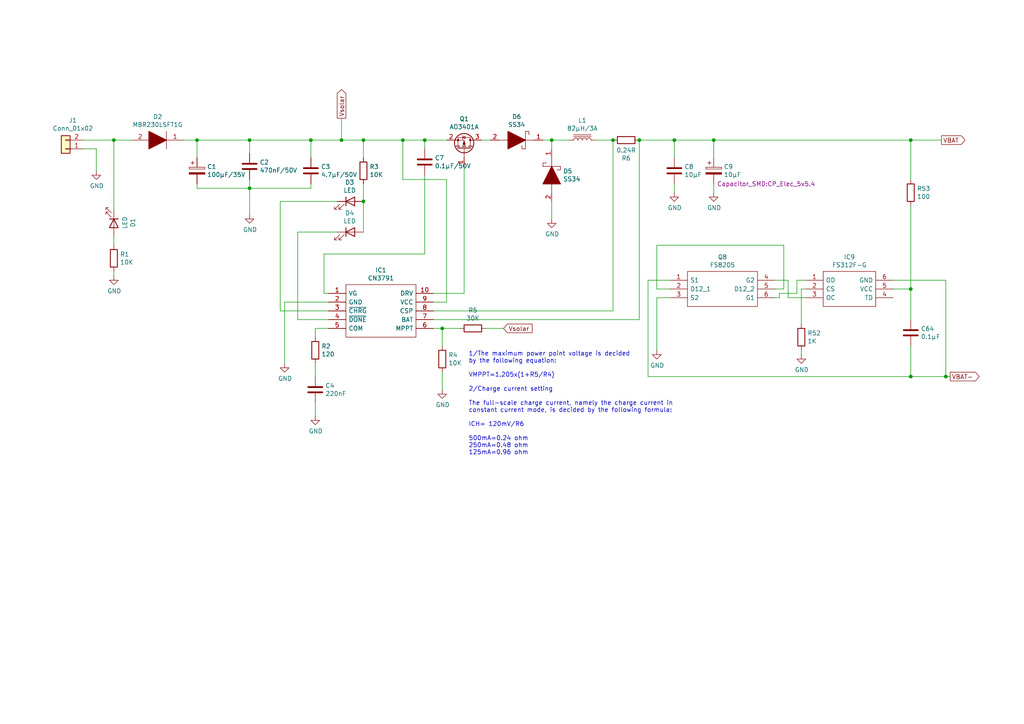
<source format=kicad_sch>
(kicad_sch (version 20231120) (generator "eeschema") (generator_version "8.0")
  (paper "A4")
  (title_block (title "Open_beehive_scale_board") (date "2023-01-13") (rev "V0.4") (company "Ratamuse"))
  (lib_symbols
    (symbol "CN3791:CN3791" (pin_names (offset 0.762))
      (property "Reference" "IC" (at 26.67 7.62 0))
      (property "Value" "CN3791" (at 26.67 5.08 0))
      (symbol "CN3791_0_0"
        (pin passive line (at 0 0 0) (length 5.08) (name "VG") (number "1"))
        (pin passive line (at 30.48 0 180) (length 5.08) (name "DRV") (number "10"))
        (pin passive line (at 0 -2.54 0) (length 5.08) (name "GND") (number "2"))
        (pin passive line (at 0 -5.08 0) (length 5.08) (name "~{CHRG}") (number "3"))
        (pin passive line (at 0 -7.62 0) (length 5.08) (name "~{DONE}") (number "4"))
        (pin passive line (at 0 -10.16 0) (length 5.08) (name "COM") (number "5"))
        (pin passive line (at 30.48 -10.16 180) (length 5.08) (name "MPPT") (number "6"))
        (pin passive line (at 30.48 -7.62 180) (length 5.08) (name "BAT") (number "7"))
        (pin passive line (at 30.48 -5.08 180) (length 5.08) (name "CSP") (number "8"))
        (pin passive line (at 30.48 -2.54 180) (length 5.08) (name "VCC") (number "9"))
      )
      (symbol "CN3791_0_1"
        (polyline (pts (xy 5.08 2.54) (xy 25.4 2.54) (xy 25.4 -12.7) (xy 5.08 -12.7) (xy 5.08 2.54)) (stroke (width 0.1524)))
      )
    )
    (symbol "Connector_Generic:Conn_01x02" (pin_names (offset 1.016) hide)
      (property "Reference" "J" (at 0 2.54 0))
      (property "Value" "Conn_01x02" (at 0 -5.08 0))
      (symbol "Conn_01x02_1_1"
        (rectangle (start -1.27 -2.413) (end 0 -2.667) (stroke (width 0.1524)))
        (rectangle (start -1.27 0.127) (end 0 -0.127) (stroke (width 0.1524)))
        (rectangle (start -1.27 1.27) (end 1.27 -3.81) (stroke (width 0.254)) (fill (type background)))
        (pin passive line (at -5.08 0 0) (length 3.81) (name "Pin_1") (number "1"))
        (pin passive line (at -5.08 -2.54 0) (length 3.81) (name "Pin_2") (number "2"))
      )
    )
    (symbol "Device:C" (pin_numbers hide) (pin_names (offset 0.254))
      (property "Reference" "C" (at 0.635 2.54 0))
      (property "Value" "C" (at 0.635 -2.54 0))
      (symbol "C_0_1"
        (polyline (pts (xy -2.032 -0.762) (xy 2.032 -0.762)) (stroke (width 0.508)))
        (polyline (pts (xy -2.032 0.762) (xy 2.032 0.762)) (stroke (width 0.508)))
      )
      (symbol "C_1_1"
        (pin passive line (at 0 3.81 270) (length 2.794) (name "~") (number "1"))
        (pin passive line (at 0 -3.81 90) (length 2.794) (name "~") (number "2"))
      )
    )
    (symbol "Device:LED" (pin_numbers hide) (pin_names (offset 1.016) hide)
      (property "Reference" "D" (at 0 2.54 0))
      (property "Value" "LED" (at 0 -2.54 0))
      (symbol "LED_0_1"
        (polyline (pts (xy -1.27 -1.27) (xy -1.27 1.27)) (stroke (width 0.254)))
        (polyline (pts (xy -1.27 0) (xy 1.27 0)))
        (polyline (pts (xy 1.27 -1.27) (xy 1.27 1.27) (xy -1.27 0) (xy 1.27 -1.27)) (stroke (width 0.254)))
        (polyline (pts (xy -3.048 -0.762) (xy -4.572 -2.286) (xy -3.81 -2.286) (xy -4.572 -2.286) (xy -4.572 -1.524)))
        (polyline (pts (xy -1.778 -0.762) (xy -3.302 -2.286) (xy -2.54 -2.286) (xy -3.302 -2.286) (xy -3.302 -1.524)))
      )
      (symbol "LED_1_1"
        (pin passive line (at -3.81 0 0) (length 2.54) (name "K") (number "1"))
        (pin passive line (at 3.81 0 180) (length 2.54) (name "A") (number "2"))
      )
    )
    (symbol "Device:R" (pin_numbers hide) (pin_names (offset 0))
      (property "Reference" "R" (at 2.032 0 90))
      (property "Value" "R" (at 0 0 90))
      (symbol "R_0_1"
        (rectangle (start -1.016 -2.54) (end 1.016 2.54) (stroke (width 0.254)))
      )
      (symbol "R_1_1"
        (pin passive line (at 0 3.81 270) (length 1.27) (name "~") (number "1"))
        (pin passive line (at 0 -3.81 90) (length 1.27) (name "~") (number "2"))
      )
    )
    (symbol "FS312F-G:FS312F-G" (pin_names (offset 0.762))
      (property "Reference" "IC" (at 21.59 7.62 0))
      (property "Value" "FS312F-G" (at 21.59 5.08 0))
      (symbol "FS312F-G_0_0"
        (pin passive line (at 0 0 0) (length 5.08) (name "OD") (number "1"))
        (pin passive line (at 0 -2.54 0) (length 5.08) (name "CS") (number "2"))
        (pin passive line (at 0 -5.08 0) (length 5.08) (name "OC") (number "3"))
        (pin passive line (at 25.4 -5.08 180) (length 5.08) (name "TD") (number "4"))
        (pin passive line (at 25.4 -2.54 180) (length 5.08) (name "VCC") (number "5"))
        (pin passive line (at 25.4 0 180) (length 5.08) (name "GND") (number "6"))
      )
      (symbol "FS312F-G_0_1"
        (polyline (pts (xy 5.08 2.54) (xy 20.32 2.54) (xy 20.32 -7.62) (xy 5.08 -7.62) (xy 5.08 2.54)) (stroke (width 0.1524)))
      )
    )
    (symbol "FS8205:FS8205" (pin_names (offset 0.762))
      (property "Reference" "Q" (at 26.67 7.62 0))
      (property "Value" "FS8205" (at 26.67 5.08 0))
      (symbol "FS8205_0_0"
        (pin passive line (at 0 0 0) (length 5.08) (name "S1") (number "1"))
        (pin passive line (at 0 -2.54 0) (length 5.08) (name "D12_1") (number "2"))
        (pin passive line (at 0 -5.08 0) (length 5.08) (name "S2") (number "3"))
        (pin passive line (at 30.48 0 180) (length 5.08) (name "G2") (number "4"))
        (pin passive line (at 30.48 -2.54 180) (length 5.08) (name "D12_2") (number "5"))
        (pin passive line (at 30.48 -5.08 180) (length 5.08) (name "G1") (number "6"))
      )
      (symbol "FS8205_0_1"
        (polyline (pts (xy 5.08 2.54) (xy 25.4 2.54) (xy 25.4 -7.62) (xy 5.08 -7.62) (xy 5.08 2.54)) (stroke (width 0.1524)))
      )
    )
    (symbol "MBR230LSFT1G:MBR230LSFT1G" (pin_names (offset 0.762))
      (property "Reference" "D" (at 11.43 5.08 0))
      (property "Value" "MBR230LSFT1G" (at 11.43 2.54 0))
      (symbol "MBR230LSFT1G_0_0"
        (pin passive line (at 0 0 0) (length 5.08) (name "~") (number "1"))
        (pin passive line (at 15.24 0 180) (length 5.08) (name "~") (number "2"))
      )
      (symbol "MBR230LSFT1G_0_1"
        (polyline (pts (xy 5.08 2.54) (xy 5.08 -2.54)) (stroke (width 0.1524)))
        (polyline (pts (xy 5.08 0) (xy 10.16 2.54) (xy 10.16 -2.54) (xy 5.08 0)) (stroke (width 0.254)) (fill (type outline)))
      )
    )
    (symbol "SS34:SS34" (pin_names (offset 0.762))
      (property "Reference" "D" (at 12.7 8.89 0))
      (property "Value" "SS34" (at 12.7 6.35 0))
      (symbol "SS34_0_0"
        (pin passive line (at 2.54 0 0) (length 2.54) (name "~") (number "1"))
        (pin passive line (at 17.78 0 180) (length 2.54) (name "~") (number "2"))
      )
      (symbol "SS34_0_1"
        (polyline (pts (xy 5.08 0) (xy 7.62 0)) (stroke (width 0.1524)))
        (polyline (pts (xy 7.62 2.54) (xy 7.62 -2.54)) (stroke (width 0.1524)))
        (polyline (pts (xy 12.7 0) (xy 15.24 0)) (stroke (width 0.1524)))
        (polyline (pts (xy 7.62 -2.54) (xy 6.604 -2.54) (xy 6.604 -1.524)) (stroke (width 0.1524)))
        (polyline (pts (xy 7.62 2.54) (xy 8.636 2.54) (xy 8.636 1.524)) (stroke (width 0.1524)))
        (polyline (pts (xy 7.62 0) (xy 12.7 2.54) (xy 12.7 -2.54) (xy 7.62 0)) (stroke (width 0.254)) (fill (type outline)))
      )
    )
    (symbol "Transistor_FET:AO3401A" (pin_names hide)
      (property "Reference" "Q" (at 5.08 1.905 0))
      (property "Value" "AO3401A" (at 5.08 0 0))
      (symbol "AO3401A_0_1"
        (polyline (pts (xy 0.254 0) (xy -2.54 0)))
        (polyline (pts (xy 0.254 1.905) (xy 0.254 -1.905)) (stroke (width 0.254)))
        (polyline (pts (xy 0.762 -1.27) (xy 0.762 -2.286)) (stroke (width 0.254)))
        (polyline (pts (xy 0.762 0.508) (xy 0.762 -0.508)) (stroke (width 0.254)))
        (polyline (pts (xy 0.762 2.286) (xy 0.762 1.27)) (stroke (width 0.254)))
        (polyline (pts (xy 2.54 2.54) (xy 2.54 1.778)))
        (polyline (pts (xy 2.54 -2.54) (xy 2.54 0) (xy 0.762 0)))
        (polyline (pts (xy 0.762 1.778) (xy 3.302 1.778) (xy 3.302 -1.778) (xy 0.762 -1.778)))
        (polyline (pts (xy 2.286 0) (xy 1.27 0.381) (xy 1.27 -0.381) (xy 2.286 0)) (fill (type outline)))
        (polyline (pts (xy 2.794 -0.508) (xy 2.921 -0.381) (xy 3.683 -0.381) (xy 3.81 -0.254)))
        (polyline (pts (xy 3.302 -0.381) (xy 2.921 0.254) (xy 3.683 0.254) (xy 3.302 -0.381)))
        (circle (center 1.651 0) (radius 2.794) (stroke (width 0.254)))
        (circle (center 2.54 -1.778) (radius 0.254) (fill (type outline)))
        (circle (center 2.54 1.778) (radius 0.254) (fill (type outline)))
      )
      (symbol "AO3401A_1_1"
        (pin input line (at -5.08 0 0) (length 2.54) (name "G") (number "1"))
        (pin passive line (at 2.54 -5.08 90) (length 2.54) (name "S") (number "2"))
        (pin passive line (at 2.54 5.08 270) (length 2.54) (name "D") (number "3"))
      )
    )
    (symbol "power:GND" (power) (pin_names (offset 0))
      (property "Value" "GND" (at 0 -3.81 0))
      (symbol "GND_0_1"
        (polyline (pts (xy 0 0) (xy 0 -1.27) (xy 1.27 -1.27) (xy 0 -2.54) (xy -1.27 -1.27) (xy 0 -1.27)))
      )
      (symbol "GND_1_1"
        (pin power_in line (at 0 0 270) (length 0) hide (name "GND") (number "1"))
      )
    )
    (symbol "ruche-rescue:CP-Device" (pin_numbers hide) (pin_names (offset 0.254))
      (property "Reference" "C" (at 0.635 2.54 0))
      (property "Value" "CP-Device" (at 0.635 -2.54 0))
      (symbol "CP-Device_0_1"
        (rectangle (start -2.286 0.508) (end 2.286 1.016))
        (polyline (pts (xy -1.778 2.286) (xy -0.762 2.286)))
        (polyline (pts (xy -1.27 2.794) (xy -1.27 1.778)))
        (rectangle (start 2.286 -0.508) (end -2.286 -1.016) (fill (type outline)))
      )
      (symbol "CP-Device_1_1"
        (pin passive line (at 0 3.81 270) (length 2.794) (name "~") (number "1"))
        (pin passive line (at 0 -3.81 90) (length 2.794) (name "~") (number "2"))
      )
    )
    (symbol "ruche-rescue:L_Core_Iron-Device" (pin_numbers hide) (pin_names (offset 1.016) hide)
      (property "Reference" "L" (at -1.27 0 90))
      (property "Value" "L_Core_Iron-Device" (at 2.794 0 90))
      (symbol "L_Core_Iron-Device_0_1"
        (arc (start 0 -2.54) (mid 0.6323 -1.905) (end 0 -1.27))
        (arc (start 0 -1.27) (mid 0.6323 -0.635) (end 0 0))
        (polyline (pts (xy 1.016 2.54) (xy 1.016 -2.54)))
        (polyline (pts (xy 1.524 -2.54) (xy 1.524 2.54)))
        (arc (start 0 0) (mid 0.6323 0.635) (end 0 1.27))
        (arc (start 0 1.27) (mid 0.6323 1.905) (end 0 2.54))
      )
      (symbol "L_Core_Iron-Device_1_1"
        (pin passive line (at 0 3.81 270) (length 1.27) (name "1") (number "1"))
        (pin passive line (at 0 -3.81 90) (length 1.27) (name "2") (number "2"))
      )
    )
  )
  (junction (at 195.58 40.64))
  (junction (at 264.16 83.82))
  (junction (at 57.15 40.64))
  (junction (at 264.16 40.64))
  (junction (at 90.17 40.64))
  (junction (at 105.41 40.64))
  (junction (at 123.19 40.64))
  (junction (at 264.16 109.22))
  (junction (at 207.01 40.64))
  (junction (at 160.02 40.64))
  (junction (at 99.06 40.64))
  (junction (at 72.39 54.61))
  (junction (at 177.8 40.64))
  (junction (at 72.39 40.64))
  (junction (at 274.32 109.22))
  (junction (at 128.27 95.25))
  (junction (at 33.02 40.64))
  (junction (at 185.42 40.64))
  (junction (at 116.84 40.64))
  (junction (at 105.41 58.42))
  (wire (pts (xy 72.39 54.61) (xy 72.39 62.23)))
  (wire (pts (xy 72.39 40.64) (xy 90.17 40.64)))
  (wire (pts (xy 195.58 40.64) (xy 195.58 45.72)))
  (wire (pts (xy 116.84 40.64) (xy 123.19 40.64)))
  (wire (pts (xy 123.19 43.18) (xy 123.19 40.64)))
  (wire (pts (xy 57.15 40.64) (xy 57.15 45.72)))
  (wire (pts (xy 125.73 92.71) (xy 185.42 92.71)))
  (wire (pts (xy 259.08 83.82) (xy 264.16 83.82)))
  (wire (pts (xy 93.98 85.09) (xy 95.25 85.09)))
  (wire (pts (xy 81.28 90.17) (xy 95.25 90.17)))
  (wire (pts (xy 99.06 34.29) (xy 99.06 40.64)))
  (wire (pts (xy 33.02 80.01) (xy 33.02 78.74)))
  (wire (pts (xy 195.58 55.88) (xy 195.58 53.34)))
  (wire (pts (xy 228.6 81.28) (xy 224.79 81.28)))
  (wire (pts (xy 123.19 40.64) (xy 129.54 40.64)))
  (wire (pts (xy 27.94 43.18) (xy 27.94 49.53)))
  (wire (pts (xy 123.19 73.66) (xy 93.98 73.66)))
  (wire (pts (xy 195.58 40.64) (xy 207.01 40.64)))
  (wire (pts (xy 125.73 95.25) (xy 128.27 95.25)))
  (wire (pts (xy 33.02 71.12) (xy 33.02 68.58)))
  (wire (pts (xy 139.7 40.64) (xy 142.24 40.64)))
  (wire (pts (xy 82.55 87.63) (xy 95.25 87.63)))
  (wire (pts (xy 232.41 83.82) (xy 232.41 93.98)))
  (wire (pts (xy 274.32 109.22) (xy 264.16 109.22)))
  (wire (pts (xy 72.39 52.07) (xy 72.39 54.61)))
  (wire (pts (xy 125.73 85.09) (xy 134.62 85.09)))
  (wire (pts (xy 81.28 58.42) (xy 81.28 90.17)))
  (wire (pts (xy 264.16 92.71) (xy 264.16 83.82)))
  (wire (pts (xy 228.6 86.36) (xy 228.6 81.28)))
  (wire (pts (xy 207.01 40.64) (xy 264.16 40.64)))
  (wire (pts (xy 128.27 107.95) (xy 128.27 113.03)))
  (wire (pts (xy 172.72 40.64) (xy 177.8 40.64)))
  (wire (pts (xy 57.15 54.61) (xy 57.15 53.34)))
  (wire (pts (xy 160.02 40.64) (xy 160.02 43.18)))
  (wire (pts (xy 140.97 95.25) (xy 146.05 95.25)))
  (wire (pts (xy 90.17 40.64) (xy 90.17 45.72)))
  (wire (pts (xy 129.54 52.07) (xy 129.54 87.63)))
  (wire (pts (xy 95.25 95.25) (xy 91.44 95.25)))
  (wire (pts (xy 105.41 53.34) (xy 105.41 58.42)))
  (wire (pts (xy 226.06 85.09) (xy 226.06 86.36)))
  (wire (pts (xy 187.96 81.28) (xy 187.96 109.22)))
  (wire (pts (xy 190.5 83.82) (xy 194.31 83.82)))
  (wire (pts (xy 93.98 73.66) (xy 93.98 85.09)))
  (wire (pts (xy 231.14 81.28) (xy 233.68 81.28)))
  (wire (pts (xy 264.16 40.64) (xy 273.05 40.64)))
  (wire (pts (xy 232.41 101.6) (xy 232.41 102.87)))
  (wire (pts (xy 227.33 71.12) (xy 227.33 83.82)))
  (wire (pts (xy 224.79 83.82) (xy 227.33 83.82)))
  (wire (pts (xy 53.34 40.64) (xy 57.15 40.64)))
  (wire (pts (xy 259.08 81.28) (xy 274.32 81.28)))
  (wire (pts (xy 190.5 71.12) (xy 227.33 71.12)))
  (wire (pts (xy 82.55 87.63) (xy 82.55 105.41)))
  (wire (pts (xy 264.16 100.33) (xy 264.16 109.22)))
  (wire (pts (xy 185.42 40.64) (xy 185.42 92.71)))
  (wire (pts (xy 228.6 86.36) (xy 233.68 86.36)))
  (wire (pts (xy 274.32 109.22) (xy 275.59 109.22)))
  (wire (pts (xy 207.01 53.34) (xy 207.01 55.88)))
  (wire (pts (xy 24.13 40.64) (xy 33.02 40.64)))
  (wire (pts (xy 129.54 52.07) (xy 116.84 52.07)))
  (wire (pts (xy 105.41 58.42) (xy 105.41 67.31)))
  (wire (pts (xy 90.17 54.61) (xy 90.17 53.34)))
  (wire (pts (xy 226.06 86.36) (xy 224.79 86.36)))
  (wire (pts (xy 274.32 81.28) (xy 274.32 109.22)))
  (wire (pts (xy 160.02 40.64) (xy 165.1 40.64)))
  (wire (pts (xy 194.31 86.36) (xy 190.5 86.36)))
  (wire (pts (xy 128.27 95.25) (xy 133.35 95.25)))
  (wire (pts (xy 134.62 48.26) (xy 134.62 85.09)))
  (wire (pts (xy 33.02 40.64) (xy 38.1 40.64)))
  (wire (pts (xy 99.06 40.64) (xy 105.41 40.64)))
  (wire (pts (xy 91.44 105.41) (xy 91.44 109.22)))
  (wire (pts (xy 128.27 95.25) (xy 128.27 100.33)))
  (wire (pts (xy 264.16 52.07) (xy 264.16 40.64)))
  (wire (pts (xy 97.79 58.42) (xy 81.28 58.42)))
  (wire (pts (xy 33.02 40.64) (xy 33.02 60.96)))
  (wire (pts (xy 190.5 86.36) (xy 190.5 101.6)))
  (wire (pts (xy 231.14 85.09) (xy 226.06 85.09)))
  (wire (pts (xy 105.41 40.64) (xy 105.41 45.72)))
  (wire (pts (xy 57.15 40.64) (xy 72.39 40.64)))
  (wire (pts (xy 157.48 40.64) (xy 160.02 40.64)))
  (wire (pts (xy 187.96 81.28) (xy 194.31 81.28)))
  (wire (pts (xy 24.13 43.18) (xy 27.94 43.18)))
  (wire (pts (xy 160.02 58.42) (xy 160.02 63.5)))
  (wire (pts (xy 105.41 40.64) (xy 116.84 40.64)))
  (wire (pts (xy 207.01 40.64) (xy 207.01 45.72)))
  (wire (pts (xy 72.39 54.61) (xy 90.17 54.61)))
  (wire (pts (xy 72.39 40.64) (xy 72.39 44.45)))
  (wire (pts (xy 231.14 81.28) (xy 231.14 85.09)))
  (wire (pts (xy 86.36 67.31) (xy 86.36 92.71)))
  (wire (pts (xy 97.79 67.31) (xy 86.36 67.31)))
  (wire (pts (xy 90.17 40.64) (xy 99.06 40.64)))
  (wire (pts (xy 185.42 40.64) (xy 195.58 40.64)))
  (wire (pts (xy 190.5 71.12) (xy 190.5 83.82)))
  (wire (pts (xy 57.15 54.61) (xy 72.39 54.61)))
  (wire (pts (xy 233.68 83.82) (xy 232.41 83.82)))
  (wire (pts (xy 123.19 50.8) (xy 123.19 73.66)))
  (wire (pts (xy 264.16 83.82) (xy 264.16 59.69)))
  (wire (pts (xy 116.84 52.07) (xy 116.84 40.64)))
  (wire (pts (xy 91.44 120.65) (xy 91.44 116.84)))
  (wire (pts (xy 91.44 95.25) (xy 91.44 97.79)))
  (wire (pts (xy 86.36 92.71) (xy 95.25 92.71)))
  (wire (pts (xy 125.73 87.63) (xy 129.54 87.63)))
  (wire (pts (xy 177.8 40.64) (xy 177.8 90.17)))
  (wire (pts (xy 177.8 90.17) (xy 125.73 90.17)))
  (wire (pts (xy 187.96 109.22) (xy 264.16 109.22)))
  (text "1/The maximum power point voltage is decided\nby the following equation:\n\nVMPPT=1.205x(1+R5/R4)\n\n2/Charge current setting\n\nThe full-scale charge current, namely the charge current in \nconstant current mode, is decided by the following formula:\n\nICH= 120mV/R6\n\n500mA=0.24 ohm\n250mA=0.48 ohm\n125mA=0.96 ohm" (at 135.89 132.08 0) (effects (font (size 1.27 1.27)) (justify left bottom)))
  (global_label "VBAT-" (shape output) (at 275.59 109.22 0) (property "Intersheetrefs" "${INTERSHEET_REFS}" (effects (hide yes))))
  (global_label "Vsolar" (shape output) (at 99.06 34.29 90) (property "Intersheetrefs" "${INTERSHEET_REFS}" (effects (hide yes))))
  (global_label "VBAT" (shape output) (at 273.05 40.64 0) (property "Intersheetrefs" "${INTERSHEET_REFS}" (effects (hide yes))))
  (global_label "Vsolar" (shape input) (at 146.05 95.25 0) (property "Intersheetrefs" "${INTERSHEET_REFS}" (effects (hide yes))))
  (symbol (lib_id "Connector_Generic:Conn_01x02") (at 19.05 43.18 180) (unit 1)
    (property "Reference" "J1" (at 21.1328 34.925 0))
    (property "Value" "Conn_01x02" (at 21.1328 37.2364 0))
    (property "Footprint" "Empreintes:SHDR2W90P0X500_1X2_1060X980X1380P" (effects (hide yes)))
  )
  (symbol (lib_id "Device:R") (at 91.44 101.6 0) (unit 1)
    (property "Reference" "R2" (at 93.218 100.4316 0) (effects (justify left)))
    (property "Value" "120" (at 93.218 102.743 0) (effects (justify left)))
    (property "Footprint" "Resistor_SMD:R_0603_1608Metric" (effects (hide yes)))
  )
  (symbol (lib_id "power:GND") (at 72.39 62.23 0) (unit 1)
    (property "Reference" "#PWR0132" (effects (hide yes)))
    (property "Value" "GND" (at 72.517 66.6242 0))
  )
  (symbol (lib_id "Device:LED") (at 33.02 64.77 270) (unit 1)
    (property "Reference" "D1" (at 38.5318 64.5922 0))
    (property "Value" "LED" (at 36.2204 64.5922 0))
    (property "Footprint" "LED_SMD:LED_0603_1608Metric_Pad1.05x0.95mm_HandSolder" (effects (hide yes)))
  )
  (symbol (lib_id "Device:R") (at 33.02 74.93 0) (unit 1)
    (property "Reference" "R1" (at 34.798 73.7616 0) (effects (justify left)))
    (property "Value" "10K" (at 34.798 76.073 0) (effects (justify left)))
    (property "Footprint" "Resistor_SMD:R_0603_1608Metric" (effects (hide yes)))
  )
  (symbol (lib_id "ruche-rescue:CP-Device") (at 57.15 49.53 0) (unit 1)
    (property "Reference" "C1" (at 60.071 48.3616 0) (effects (justify left)))
    (property "Value" "100µF/35V" (at 60.071 50.673 0) (effects (justify left)))
    (property "Footprint" "Capacitor_SMD:CP_Elec_6.3x7.7" (effects (hide yes)))
  )
  (symbol (lib_id "CN3791:CN3791") (at 95.25 85.09 0) (unit 1)
    (property "Reference" "IC1" (at 110.49 78.359 0))
    (property "Value" "CN3791" (at 110.49 80.6704 0))
    (property "Footprint" "Empreintes:SOP100P600X175-10N" (effects (hide yes)))
    (property "Datasheet" "http://www.consonance-elec.com/pdf/datasheet/DSE-CN3791.pdf" (effects (hide yes)))
    (property "Description" "ic" (effects (hide yes)))
    (property "Height" "1.75" (effects (hide yes)))
    (property "Manufacturer_Name" "Consonance" (effects (hide yes)))
    (property "Manufacturer_Part_Number" "CN3791" (effects (hide yes)))
  )
  (symbol (lib_id "Device:R") (at 232.41 97.79 0) (unit 1)
    (property "Reference" "R52" (at 234.188 96.6216 0) (effects (justify left)))
    (property "Value" "1K" (at 234.188 98.933 0) (effects (justify left)))
    (property "Footprint" "Resistor_SMD:R_0603_1608Metric" (effects (hide yes)))
  )
  (symbol (lib_id "Device:R") (at 105.41 49.53 0) (unit 1)
    (property "Reference" "R3" (at 107.188 48.3616 0) (effects (justify left)))
    (property "Value" "10K" (at 107.188 50.673 0) (effects (justify left)))
    (property "Footprint" "Resistor_SMD:R_0603_1608Metric" (effects (hide yes)))
  )
  (symbol (lib_id "Device:C") (at 123.19 46.99 0) (unit 1)
    (property "Reference" "C7" (at 126.111 45.8216 0) (effects (justify left)))
    (property "Value" "0.1µF/50V" (at 126.111 48.133 0) (effects (justify left)))
    (property "Footprint" "Capacitor_SMD:C_0603_1608Metric" (effects (hide yes)))
  )
  (symbol (lib_id "Device:C") (at 264.16 96.52 0) (unit 1)
    (property "Reference" "C64" (at 267.081 95.3516 0) (effects (justify left)))
    (property "Value" "0.1µF" (at 267.081 97.663 0) (effects (justify left)))
    (property "Footprint" "Capacitor_SMD:C_0603_1608Metric" (effects (hide yes)))
  )
  (symbol (lib_id "power:GND") (at 82.55 105.41 0) (unit 1)
    (property "Reference" "#PWR0130" (effects (hide yes)))
    (property "Value" "GND" (at 82.677 109.8042 0))
  )
  (symbol (lib_id "power:GND") (at 91.44 120.65 0) (unit 1)
    (property "Reference" "#PWR0131" (effects (hide yes)))
    (property "Value" "GND" (at 91.567 125.0442 0))
  )
  (symbol (lib_id "Device:R") (at 137.16 95.25 270) (unit 1)
    (property "Reference" "R5" (at 137.16 89.9922 90))
    (property "Value" "30K" (at 137.16 92.3036 90))
    (property "Footprint" "Resistor_SMD:R_0603_1608Metric" (effects (hide yes)))
  )
  (symbol (lib_id "Device:R") (at 264.16 55.88 0) (unit 1)
    (property "Reference" "R53" (at 265.938 54.7116 0) (effects (justify left)))
    (property "Value" "100" (at 265.938 57.023 0) (effects (justify left)))
    (property "Footprint" "Resistor_SMD:R_0603_1608Metric" (effects (hide yes)))
  )
  (symbol (lib_id "SS34:SS34") (at 160.02 40.64 180) (unit 1)
    (property "Reference" "D6" (at 149.86 33.8582 0))
    (property "Value" "SS34" (at 149.86 36.1696 0))
    (property "Footprint" "Empreintes:DIOM8059X256N" (effects (hide yes)))
    (property "Datasheet" "https://componentsearchengine.com/Datasheets/2/SS34.pdf" (effects (hide yes)))
    (property "Description" "ON Semi SS34 SMT Schottky Diode, 40V 3A, 2-Pin DO-214AB" (effects (hide yes)))
    (property "Height" "2.56" (effects (hide yes)))
    (property "Manufacturer_Name" "ON Semiconductor" (effects (hide yes)))
    (property "Manufacturer_Part_Number" "SS34" (effects (hide yes)))
    (property "Mouser Part Number" "512-SS34" (effects (hide yes)))
    (property "Mouser Price/Stock" "https://www.mouser.co.uk/ProductDetail/ON-Semiconductor-Fairchild/SS34?qs=2ONuHmP%2FXzb3ub11UdFfdQ%3D%3D" (effects (hide yes)))
    (property "Arrow Part Number" "SS34" (effects (hide yes)))
    (property "Arrow Price/Stock" "https://www.arrow.com/en/products/ss34/on-semiconductor" (effects (hide yes)))
  )
  (symbol (lib_id "Device:C") (at 195.58 49.53 0) (unit 1)
    (property "Reference" "C8" (at 198.501 48.3616 0) (effects (justify left)))
    (property "Value" "10µF" (at 198.501 50.673 0) (effects (justify left)))
    (property "Footprint" "Capacitor_SMD:C_0805_2012Metric" (effects (hide yes)))
  )
  (symbol (lib_id "Device:LED") (at 101.6 67.31 0) (unit 1)
    (property "Reference" "D4" (at 101.4222 61.7982 0))
    (property "Value" "LED" (at 101.4222 64.1096 0))
    (property "Footprint" "LED_SMD:LED_0603_1608Metric_Pad1.05x0.95mm_HandSolder" (effects (hide yes)))
  )
  (symbol (lib_id "power:GND") (at 128.27 113.03 0) (unit 1)
    (property "Reference" "#PWR0136" (effects (hide yes)))
    (property "Value" "GND" (at 128.397 117.4242 0))
  )
  (symbol (lib_id "Device:LED") (at 101.6 58.42 0) (unit 1)
    (property "Reference" "D3" (at 101.4222 52.9082 0))
    (property "Value" "LED" (at 101.4222 55.2196 0))
    (property "Footprint" "LED_SMD:LED_0603_1608Metric_Pad1.05x0.95mm_HandSolder" (effects (hide yes)))
  )
  (symbol (lib_id "Device:C") (at 90.17 49.53 0) (unit 1)
    (property "Reference" "C3" (at 93.091 48.3616 0) (effects (justify left)))
    (property "Value" "4.7µF/50V" (at 93.091 50.673 0) (effects (justify left)))
    (property "Footprint" "Capacitor_SMD:C_0805_2012Metric" (effects (hide yes)))
  )
  (symbol (lib_id "FS8205:FS8205") (at 194.31 81.28 0) (unit 1)
    (property "Reference" "Q8" (at 209.55 74.549 0))
    (property "Value" "FS8205" (at 209.55 76.8604 0))
    (property "Footprint" "Empreintes:FS8205" (effects (hide yes)))
    (property "Datasheet" "https://www.ic-fortune.com/upload/Download/FS8205-DS-19_EN.pdf" (effects (hide yes)))
    (property "Description" "DUAL N-CHANNEL ENHANCEMENT MODE POWER MOFSET" (effects (hide yes)))
    (property "Height" "1" (effects (hide yes)))
    (property "Manufacturer_Name" "Fortune Semiconductor Corporation" (effects (hide yes)))
    (property "Manufacturer_Part_Number" "FS8205" (effects (hide yes)))
  )
  (symbol (lib_id "Device:R") (at 128.27 104.14 0) (unit 1)
    (property "Reference" "R4" (at 130.048 102.9716 0) (effects (justify left)))
    (property "Value" "10K" (at 130.048 105.283 0) (effects (justify left)))
    (property "Footprint" "Resistor_SMD:R_0603_1608Metric" (effects (hide yes)))
  )
  (symbol (lib_id "Device:C") (at 91.44 113.03 0) (unit 1)
    (property "Reference" "C4" (at 94.361 111.8616 0) (effects (justify left)))
    (property "Value" "220nF" (at 94.361 114.173 0) (effects (justify left)))
    (property "Footprint" "Capacitor_SMD:C_0603_1608Metric" (effects (hide yes)))
  )
  (symbol (lib_id "MBR230LSFT1G:MBR230LSFT1G") (at 53.34 40.64 180) (unit 1)
    (property "Reference" "D2" (at 45.72 33.8582 0))
    (property "Value" "MBR230LSFT1G" (at 45.72 36.1696 0))
    (property "Footprint" "Empreintes:SODFL3616X98N" (effects (hide yes)))
    (property "Datasheet" "http://www.onsemi.com/pub/Collateral/MBR230LSFT1-D.PDF" (effects (hide yes)))
    (property "Description" "Diode Schottky 30V 2A SOD123FL ON Semiconductor MBR230LSFT1G Schottky Diode, 2A, 30V, 2-Pin SOD-123FL" (effects (hide yes)))
    (property "Height" "0.98" (effects (hide yes)))
    (property "Manufacturer_Name" "ON Semiconductor" (effects (hide yes)))
    (property "Manufacturer_Part_Number" "MBR230LSFT1G" (effects (hide yes)))
    (property "Mouser Part Number" "863-MBR230LSFT1G" (effects (hide yes)))
    (property "Mouser Price/Stock" "https://www.mouser.co.uk/ProductDetail/ON-Semiconductor/MBR230LSFT1G/?qs=Jh7l0IbPjid1ZBeNXVj%2FnA%3D%3D" (effects (hide yes)))
    (property "Arrow Part Number" "MBR230LSFT1G" (effects (hide yes)))
    (property "Arrow Price/Stock" "https://www.arrow.com/en/products/mbr230lsft1g/on-semiconductor" (effects (hide yes)))
  )
  (symbol (lib_id "Device:R") (at 181.61 40.64 90) (unit 1)
    (property "Reference" "R6" (at 181.61 45.8978 90))
    (property "Value" "0.24R" (at 181.61 43.5864 90))
    (property "Footprint" "Resistor_SMD:R_2512_6332Metric" (effects (hide yes)))
  )
  (symbol (lib_id "power:GND") (at 195.58 55.88 0) (unit 1)
    (property "Reference" "#PWR0134" (effects (hide yes)))
    (property "Value" "GND" (at 195.707 60.2742 0))
  )
  (symbol (lib_id "power:GND") (at 160.02 63.5 0) (unit 1)
    (property "Reference" "#PWR0133" (effects (hide yes)))
    (property "Value" "GND" (at 160.147 67.8942 0))
  )
  (symbol (lib_id "power:GND") (at 207.01 55.88 0) (unit 1)
    (property "Reference" "#PWR0135" (effects (hide yes)))
    (property "Value" "GND" (at 207.137 60.2742 0))
  )
  (symbol (lib_id "power:GND") (at 27.94 49.53 0) (unit 1)
    (property "Reference" "#PWR0129" (effects (hide yes)))
    (property "Value" "GND" (at 28.067 53.9242 0))
  )
  (symbol (lib_id "power:GND") (at 232.41 102.87 0) (unit 1)
    (property "Reference" "#PWR0234" (effects (hide yes)))
    (property "Value" "GND" (at 232.537 107.2642 0))
  )
  (symbol (lib_id "ruche-rescue:CP-Device") (at 207.01 49.53 0) (unit 1)
    (property "Reference" "C9" (at 209.931 48.3616 0) (effects (justify left)))
    (property "Value" "10µF" (at 209.931 50.673 0) (effects (justify left)))
    (property "Footprint" "Capacitor_SMD:CP_Elec_5x5.4" (at 207.9752 53.34 0) (effects (justify left)))
  )
  (symbol (lib_id "Transistor_FET:AO3401A") (at 134.62 43.18 270) (mirror x) (unit 1)
    (property "Reference" "Q1" (at 134.62 34.4932 90))
    (property "Value" "AO3401A" (at 134.62 36.8046 90))
    (property "Footprint" "Package_TO_SOT_SMD:SOT-23" (effects (hide yes)))
    (property "Datasheet" "http://www.aosmd.com/pdfs/datasheet/AO3401A.pdf" (effects (hide yes)))
  )
  (symbol (lib_id "power:GND") (at 190.5 101.6 0) (unit 1)
    (property "Reference" "#PWR0103" (effects (hide yes)))
    (property "Value" "GND" (at 190.627 105.9942 0))
  )
  (symbol (lib_id "ruche-rescue:L_Core_Iron-Device") (at 168.91 40.64 90) (unit 1)
    (property "Reference" "L1" (at 168.91 34.925 90))
    (property "Value" "82µH/3A" (at 168.91 37.2364 90))
    (property "Footprint" "Empreintes:INDPM138126X700N" (effects (hide yes)))
  )
  (symbol (lib_id "SS34:SS34") (at 160.02 40.64 270) (unit 1)
    (property "Reference" "D5" (at 163.322 49.6316 90) (effects (justify left)))
    (property "Value" "SS34" (at 163.322 51.943 90) (effects (justify left)))
    (property "Footprint" "Empreintes:DIOM8059X256N" (effects (hide yes)))
    (property "Datasheet" "https://componentsearchengine.com/Datasheets/2/SS34.pdf" (effects (hide yes)))
    (property "Description" "ON Semi SS34 SMT Schottky Diode, 40V 3A, 2-Pin DO-214AB" (effects (hide yes)))
    (property "Height" "2.56" (effects (hide yes)))
    (property "Manufacturer_Name" "ON Semiconductor" (effects (hide yes)))
    (property "Manufacturer_Part_Number" "SS34" (effects (hide yes)))
    (property "Mouser Part Number" "512-SS34" (effects (hide yes)))
    (property "Mouser Price/Stock" "https://www.mouser.co.uk/ProductDetail/ON-Semiconductor-Fairchild/SS34?qs=2ONuHmP%2FXzb3ub11UdFfdQ%3D%3D" (effects (hide yes)))
    (property "Arrow Part Number" "SS34" (effects (hide yes)))
    (property "Arrow Price/Stock" "https://www.arrow.com/en/products/ss34/on-semiconductor" (effects (hide yes)))
  )
  (symbol (lib_id "Device:C") (at 72.39 48.26 0) (unit 1)
    (property "Reference" "C2" (at 75.311 47.0916 0) (effects (justify left)))
    (property "Value" "470nF/50V" (at 75.311 49.403 0) (effects (justify left)))
    (property "Footprint" "Capacitor_SMD:C_0603_1608Metric" (effects (hide yes)))
  )
  (symbol (lib_id "FS312F-G:FS312F-G") (at 233.68 81.28 0) (unit 1)
    (property "Reference" "IC9" (at 246.38 74.549 0))
    (property "Value" "FS312F-G" (at 246.38 76.8604 0))
    (property "Footprint" "Empreintes:SOT95P280X145-6N" (effects (hide yes)))
    (property "Datasheet" "https://www.ic-fortune.com/upload/Download/FS312F-G-DS-12_EN.pdf" (effects (hide yes)))
    (property "Description" "One Cell Lithium-ion/Polymer Battery Protection IC" (effects (hide yes)))
    (property "Height" "1.45" (effects (hide yes)))
    (property "Manufacturer_Name" "Fortune Semiconductor Corporation" (effects (hide yes)))
    (property "Manufacturer_Part_Number" "FS312F-G" (effects (hide yes)))
  )
  (symbol (lib_id "power:GND") (at 33.02 80.01 0) (unit 1)
    (property "Reference" "#PWR0204" (effects (hide yes)))
    (property "Value" "GND" (at 33.147 84.4042 0))
  )
)
</source>
